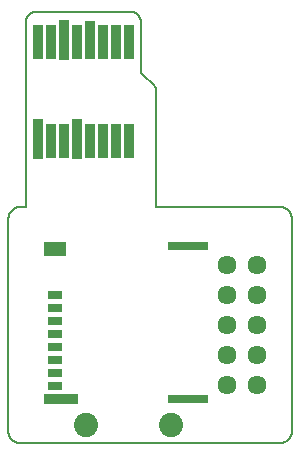
<source format=gbs>
G04 EAGLE Gerber RS-274X export*
G75*
%MOMM*%
%FSLAX34Y34*%
%LPD*%
%AMOC8*
5,1,8,0,0,1.08239X$1,22.5*%
G01*
%ADD10C,0.152400*%
%ADD11C,0.203200*%
%ADD12C,1.609600*%
%ADD13C,2.051600*%
%ADD14R,0.901600X3.001600*%
%ADD15R,0.901600X3.301600*%
%ADD16R,0.901600X3.401600*%
%ADD17R,3.431600X0.801600*%
%ADD18R,1.201600X0.801600*%
%ADD19R,1.931600X1.241600*%
%ADD20R,2.901600X0.961600*%


D10*
X0Y10000D02*
X0Y190000D01*
X10000Y200000D02*
X15000Y200000D01*
X15000Y357000D01*
X23000Y365000D02*
X104000Y365000D01*
X112000Y357000D02*
X112000Y315700D01*
X113200Y312800D02*
X123800Y302200D01*
X125000Y299300D02*
X125000Y200000D01*
X230000Y200000D01*
X240000Y190000D02*
X240000Y10000D01*
X230000Y0D02*
X10000Y0D01*
X15000Y357000D02*
X15002Y357193D01*
X15009Y357387D01*
X15021Y357579D01*
X15037Y357772D01*
X15058Y357964D01*
X15084Y358156D01*
X15114Y358347D01*
X15149Y358537D01*
X15188Y358726D01*
X15232Y358915D01*
X15281Y359102D01*
X15334Y359288D01*
X15392Y359472D01*
X15454Y359655D01*
X15520Y359837D01*
X15591Y360017D01*
X15666Y360195D01*
X15745Y360371D01*
X15829Y360546D01*
X15916Y360718D01*
X16008Y360888D01*
X16104Y361056D01*
X16204Y361221D01*
X16308Y361384D01*
X16416Y361545D01*
X16528Y361702D01*
X16643Y361857D01*
X16763Y362009D01*
X16885Y362159D01*
X17012Y362305D01*
X17142Y362448D01*
X17275Y362588D01*
X17412Y362725D01*
X17552Y362858D01*
X17695Y362988D01*
X17841Y363115D01*
X17991Y363237D01*
X18143Y363357D01*
X18298Y363472D01*
X18455Y363584D01*
X18616Y363692D01*
X18779Y363796D01*
X18944Y363896D01*
X19112Y363992D01*
X19282Y364084D01*
X19454Y364171D01*
X19629Y364255D01*
X19805Y364334D01*
X19983Y364409D01*
X20163Y364480D01*
X20345Y364546D01*
X20528Y364608D01*
X20712Y364666D01*
X20898Y364719D01*
X21085Y364768D01*
X21274Y364812D01*
X21463Y364851D01*
X21653Y364886D01*
X21844Y364916D01*
X22036Y364942D01*
X22228Y364963D01*
X22421Y364979D01*
X22613Y364991D01*
X22807Y364998D01*
X23000Y365000D01*
X104000Y365000D02*
X104193Y364998D01*
X104387Y364991D01*
X104579Y364979D01*
X104772Y364963D01*
X104964Y364942D01*
X105156Y364916D01*
X105347Y364886D01*
X105537Y364851D01*
X105726Y364812D01*
X105915Y364768D01*
X106102Y364719D01*
X106288Y364666D01*
X106472Y364608D01*
X106655Y364546D01*
X106837Y364480D01*
X107017Y364409D01*
X107195Y364334D01*
X107371Y364255D01*
X107546Y364171D01*
X107718Y364084D01*
X107888Y363992D01*
X108056Y363896D01*
X108221Y363796D01*
X108384Y363692D01*
X108545Y363584D01*
X108702Y363472D01*
X108857Y363357D01*
X109009Y363237D01*
X109159Y363115D01*
X109305Y362988D01*
X109448Y362858D01*
X109588Y362725D01*
X109725Y362588D01*
X109858Y362448D01*
X109988Y362305D01*
X110115Y362159D01*
X110237Y362009D01*
X110357Y361857D01*
X110472Y361702D01*
X110584Y361545D01*
X110692Y361384D01*
X110796Y361221D01*
X110896Y361056D01*
X110992Y360888D01*
X111084Y360718D01*
X111171Y360546D01*
X111255Y360371D01*
X111334Y360195D01*
X111409Y360017D01*
X111480Y359837D01*
X111546Y359655D01*
X111608Y359472D01*
X111666Y359288D01*
X111719Y359102D01*
X111768Y358915D01*
X111812Y358726D01*
X111851Y358537D01*
X111886Y358347D01*
X111916Y358156D01*
X111942Y357964D01*
X111963Y357772D01*
X111979Y357579D01*
X111991Y357387D01*
X111998Y357193D01*
X112000Y357000D01*
X112000Y315700D02*
X112002Y315577D01*
X112007Y315453D01*
X112017Y315329D01*
X112030Y315206D01*
X112046Y315083D01*
X112067Y314961D01*
X112091Y314840D01*
X112119Y314719D01*
X112150Y314599D01*
X112185Y314480D01*
X112224Y314363D01*
X112266Y314246D01*
X112312Y314131D01*
X112361Y314017D01*
X112413Y313905D01*
X112469Y313794D01*
X112528Y313686D01*
X112591Y313579D01*
X112656Y313474D01*
X112725Y313371D01*
X112797Y313270D01*
X112872Y313171D01*
X112950Y313075D01*
X113030Y312981D01*
X113114Y312889D01*
X113200Y312800D01*
X123800Y302200D02*
X123886Y302111D01*
X123970Y302019D01*
X124050Y301925D01*
X124128Y301829D01*
X124203Y301730D01*
X124275Y301629D01*
X124344Y301526D01*
X124409Y301421D01*
X124472Y301314D01*
X124531Y301206D01*
X124587Y301095D01*
X124639Y300983D01*
X124688Y300869D01*
X124734Y300754D01*
X124776Y300637D01*
X124815Y300520D01*
X124850Y300401D01*
X124881Y300281D01*
X124909Y300160D01*
X124933Y300039D01*
X124954Y299917D01*
X124970Y299794D01*
X124983Y299671D01*
X124993Y299547D01*
X124998Y299423D01*
X125000Y299300D01*
D11*
X0Y10000D02*
X3Y9758D01*
X12Y9517D01*
X26Y9276D01*
X47Y9035D01*
X73Y8795D01*
X105Y8555D01*
X143Y8316D01*
X186Y8079D01*
X236Y7842D01*
X291Y7607D01*
X351Y7373D01*
X418Y7141D01*
X489Y6910D01*
X567Y6681D01*
X650Y6454D01*
X738Y6229D01*
X832Y6006D01*
X931Y5786D01*
X1036Y5568D01*
X1145Y5353D01*
X1260Y5140D01*
X1380Y4930D01*
X1505Y4724D01*
X1635Y4520D01*
X1770Y4319D01*
X1910Y4122D01*
X2054Y3928D01*
X2203Y3738D01*
X2357Y3552D01*
X2515Y3369D01*
X2677Y3190D01*
X2844Y3015D01*
X3015Y2844D01*
X3190Y2677D01*
X3369Y2515D01*
X3552Y2357D01*
X3738Y2203D01*
X3928Y2054D01*
X4122Y1910D01*
X4319Y1770D01*
X4520Y1635D01*
X4724Y1505D01*
X4930Y1380D01*
X5140Y1260D01*
X5353Y1145D01*
X5568Y1036D01*
X5786Y931D01*
X6006Y832D01*
X6229Y738D01*
X6454Y650D01*
X6681Y567D01*
X6910Y489D01*
X7141Y418D01*
X7373Y351D01*
X7607Y291D01*
X7842Y236D01*
X8079Y186D01*
X8316Y143D01*
X8555Y105D01*
X8795Y73D01*
X9035Y47D01*
X9276Y26D01*
X9517Y12D01*
X9758Y3D01*
X10000Y0D01*
D10*
X0Y190000D02*
X3Y190242D01*
X12Y190483D01*
X26Y190724D01*
X47Y190965D01*
X73Y191205D01*
X105Y191445D01*
X143Y191684D01*
X186Y191921D01*
X236Y192158D01*
X291Y192393D01*
X351Y192627D01*
X418Y192859D01*
X489Y193090D01*
X567Y193319D01*
X650Y193546D01*
X738Y193771D01*
X832Y193994D01*
X931Y194214D01*
X1036Y194432D01*
X1145Y194647D01*
X1260Y194860D01*
X1380Y195070D01*
X1505Y195276D01*
X1635Y195480D01*
X1770Y195681D01*
X1910Y195878D01*
X2054Y196072D01*
X2203Y196262D01*
X2357Y196448D01*
X2515Y196631D01*
X2677Y196810D01*
X2844Y196985D01*
X3015Y197156D01*
X3190Y197323D01*
X3369Y197485D01*
X3552Y197643D01*
X3738Y197797D01*
X3928Y197946D01*
X4122Y198090D01*
X4319Y198230D01*
X4520Y198365D01*
X4724Y198495D01*
X4930Y198620D01*
X5140Y198740D01*
X5353Y198855D01*
X5568Y198964D01*
X5786Y199069D01*
X6006Y199168D01*
X6229Y199262D01*
X6454Y199350D01*
X6681Y199433D01*
X6910Y199511D01*
X7141Y199582D01*
X7373Y199649D01*
X7607Y199709D01*
X7842Y199764D01*
X8079Y199814D01*
X8316Y199857D01*
X8555Y199895D01*
X8795Y199927D01*
X9035Y199953D01*
X9276Y199974D01*
X9517Y199988D01*
X9758Y199997D01*
X10000Y200000D01*
D11*
X230000Y200000D02*
X230242Y199997D01*
X230483Y199988D01*
X230724Y199974D01*
X230965Y199953D01*
X231205Y199927D01*
X231445Y199895D01*
X231684Y199857D01*
X231921Y199814D01*
X232158Y199764D01*
X232393Y199709D01*
X232627Y199649D01*
X232859Y199582D01*
X233090Y199511D01*
X233319Y199433D01*
X233546Y199350D01*
X233771Y199262D01*
X233994Y199168D01*
X234214Y199069D01*
X234432Y198964D01*
X234647Y198855D01*
X234860Y198740D01*
X235070Y198620D01*
X235276Y198495D01*
X235480Y198365D01*
X235681Y198230D01*
X235878Y198090D01*
X236072Y197946D01*
X236262Y197797D01*
X236448Y197643D01*
X236631Y197485D01*
X236810Y197323D01*
X236985Y197156D01*
X237156Y196985D01*
X237323Y196810D01*
X237485Y196631D01*
X237643Y196448D01*
X237797Y196262D01*
X237946Y196072D01*
X238090Y195878D01*
X238230Y195681D01*
X238365Y195480D01*
X238495Y195276D01*
X238620Y195070D01*
X238740Y194860D01*
X238855Y194647D01*
X238964Y194432D01*
X239069Y194214D01*
X239168Y193994D01*
X239262Y193771D01*
X239350Y193546D01*
X239433Y193319D01*
X239511Y193090D01*
X239582Y192859D01*
X239649Y192627D01*
X239709Y192393D01*
X239764Y192158D01*
X239814Y191921D01*
X239857Y191684D01*
X239895Y191445D01*
X239927Y191205D01*
X239953Y190965D01*
X239974Y190724D01*
X239988Y190483D01*
X239997Y190242D01*
X240000Y190000D01*
X240000Y10000D02*
X239997Y9758D01*
X239988Y9517D01*
X239974Y9276D01*
X239953Y9035D01*
X239927Y8795D01*
X239895Y8555D01*
X239857Y8316D01*
X239814Y8079D01*
X239764Y7842D01*
X239709Y7607D01*
X239649Y7373D01*
X239582Y7141D01*
X239511Y6910D01*
X239433Y6681D01*
X239350Y6454D01*
X239262Y6229D01*
X239168Y6006D01*
X239069Y5786D01*
X238964Y5568D01*
X238855Y5353D01*
X238740Y5140D01*
X238620Y4930D01*
X238495Y4724D01*
X238365Y4520D01*
X238230Y4319D01*
X238090Y4122D01*
X237946Y3928D01*
X237797Y3738D01*
X237643Y3552D01*
X237485Y3369D01*
X237323Y3190D01*
X237156Y3015D01*
X236985Y2844D01*
X236810Y2677D01*
X236631Y2515D01*
X236448Y2357D01*
X236262Y2203D01*
X236072Y2054D01*
X235878Y1910D01*
X235681Y1770D01*
X235480Y1635D01*
X235276Y1505D01*
X235070Y1380D01*
X234860Y1260D01*
X234647Y1145D01*
X234432Y1036D01*
X234214Y931D01*
X233994Y832D01*
X233771Y738D01*
X233546Y650D01*
X233319Y567D01*
X233090Y489D01*
X232859Y418D01*
X232627Y351D01*
X232393Y291D01*
X232158Y236D01*
X231921Y186D01*
X231684Y143D01*
X231445Y105D01*
X231205Y73D01*
X230965Y47D01*
X230724Y26D01*
X230483Y12D01*
X230242Y3D01*
X230000Y0D01*
D12*
X210700Y49200D03*
X185300Y49200D03*
X210700Y74600D03*
X185300Y74600D03*
X210700Y100000D03*
X185300Y100000D03*
X210700Y125400D03*
X185300Y125400D03*
X210700Y150800D03*
X185300Y150800D03*
D13*
X138010Y15000D03*
X66010Y15000D03*
D14*
X102000Y339500D03*
X91000Y339500D03*
X80000Y339500D03*
D15*
X69000Y341000D03*
D14*
X58000Y339500D03*
D16*
X47000Y341000D03*
D14*
X36000Y339500D03*
X25000Y339500D03*
X102000Y255500D03*
X91000Y255500D03*
X80000Y255500D03*
X69000Y255500D03*
D16*
X58000Y257000D03*
D14*
X47000Y255500D03*
X36000Y255500D03*
D16*
X25000Y257000D03*
D17*
X151850Y166500D03*
D18*
X39200Y125500D03*
D17*
X151850Y36900D03*
D19*
X39350Y164300D03*
D20*
X44200Y36900D03*
D18*
X39200Y114500D03*
X39200Y103500D03*
X39200Y92500D03*
X39200Y81500D03*
X39200Y70500D03*
X39200Y59500D03*
X39200Y48500D03*
M02*

</source>
